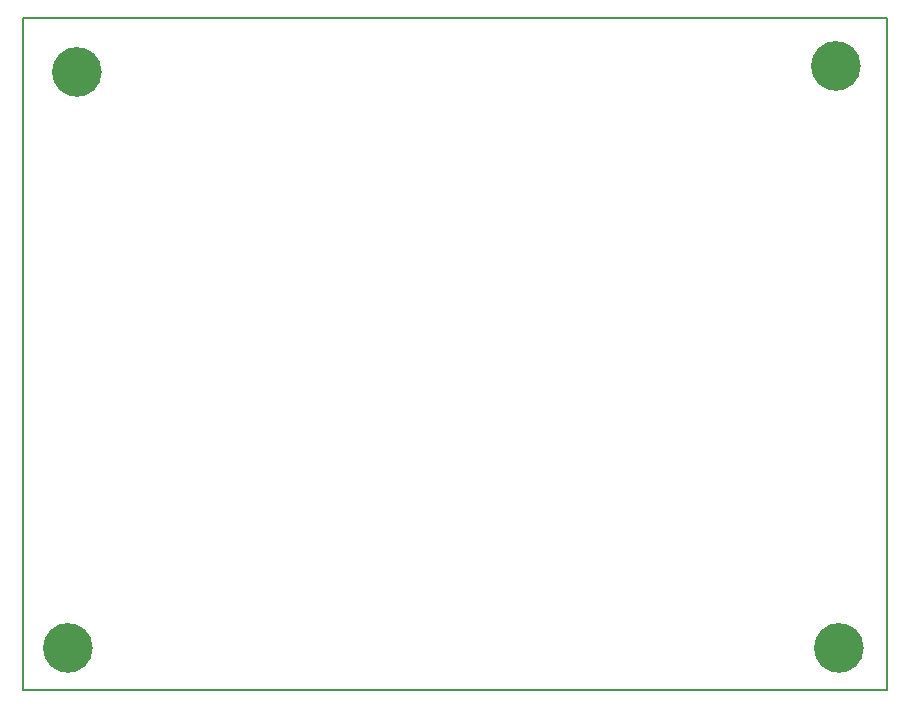
<source format=gbr>
%TF.GenerationSoftware,KiCad,Pcbnew,(6.0.7)*%
%TF.CreationDate,2023-07-12T23:11:51-05:00*%
%TF.ProjectId,UKDAQ,554b4441-512e-46b6-9963-61645f706362,rev?*%
%TF.SameCoordinates,Original*%
%TF.FileFunction,Profile,NP*%
%FSLAX46Y46*%
G04 Gerber Fmt 4.6, Leading zero omitted, Abs format (unit mm)*
G04 Created by KiCad (PCBNEW (6.0.7)) date 2023-07-12 23:11:51*
%MOMM*%
%LPD*%
G01*
G04 APERTURE LIST*
%TA.AperFunction,Profile*%
%ADD10C,2.100000*%
%TD*%
%TA.AperFunction,Profile*%
%ADD11C,0.200000*%
%TD*%
G04 APERTURE END LIST*
D10*
X84870000Y-85344000D02*
G75*
G03*
X84870000Y-85344000I-1050000J0D01*
G01*
D11*
X79248000Y-80772000D02*
X152400000Y-80772000D01*
X152400000Y-80772000D02*
X152400000Y-137668000D01*
X152400000Y-137668000D02*
X79248000Y-137668000D01*
X79248000Y-137668000D02*
X79248000Y-80772000D01*
D10*
X149132000Y-84836000D02*
G75*
G03*
X149132000Y-84836000I-1050000J0D01*
G01*
X84108000Y-134112000D02*
G75*
G03*
X84108000Y-134112000I-1050000J0D01*
G01*
X149386000Y-134112000D02*
G75*
G03*
X149386000Y-134112000I-1050000J0D01*
G01*
M02*

</source>
